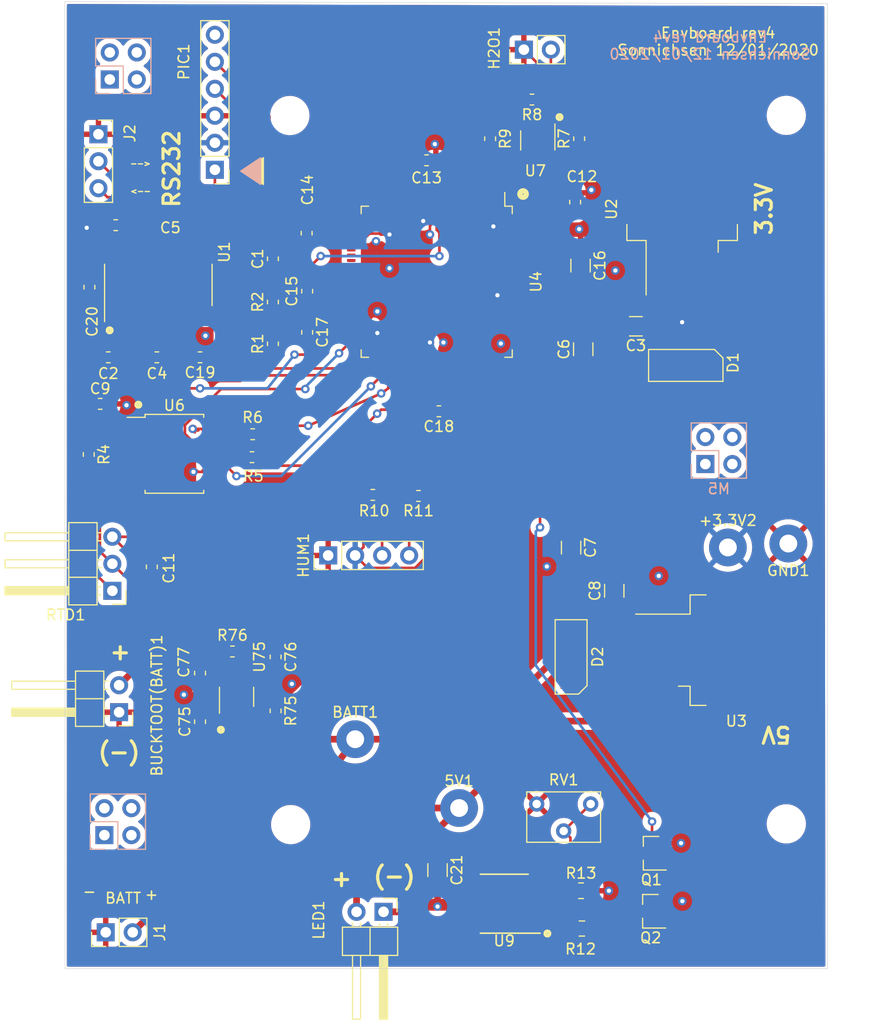
<source format=kicad_pcb>
(kicad_pcb (version 20230620) (generator pcbnew)
  (title_block (title "envboard") (date "2020-11-29") (rev "4") (comment 1 "sonnichsen"))
  (layers (0 "F.Cu" signal) (31 "B.Cu" signal) (34 "B.Paste" user) (35 "F.Paste" user) (36 "B.SilkS" user "B.Silkscreen") (37 "F.SilkS" user "F.Silkscreen") (38 "B.Mask" user) (39 "F.Mask" user) (44 "Edge.Cuts" user))
  (net 0 "")
  (net 1 "MCLR")
  (net 2 "PGD")
  (net 3 "PGC")
  (net 4 "+3V3")
  (net 5 "GND")
  (net 6 "Net-(U4-Pad4)")
  (net 7 "Net-(C4-Pad2)")
  (net 8 "Net-(C4-Pad1)")
  (net 9 "Net-(C16-Pad2)")
  (net 10 "Net-(J2-Pad2)")
  (net 11 "Net-(J2-Pad3)")
  (net 12 "Net-(U4-Pad1)")
  (net 13 "Net-(U4-Pad3)")
  (net 14 "Net-(U4-Pad11)")
  (net 15 "Net-(U4-Pad14)")
  (net 16 "Net-(U4-Pad18)")
  (net 17 "Net-(U4-Pad19)")
  (net 18 "Net-(U4-Pad20)")
  (net 19 "Net-(U4-Pad21)")
  (net 20 "Net-(U4-Pad22)")
  (net 21 "Net-(U4-Pad23)")
  (net 22 "Net-(U4-Pad24)")
  (net 23 "Net-(U4-Pad25)")
  (net 24 "Net-(U4-Pad28)")
  (net 25 "Net-(U4-Pad29)")
  (net 26 "Net-(U4-Pad32)")
  (net 27 "Net-(U4-Pad33)")
  (net 28 "Net-(U4-Pad34)")
  (net 29 "Net-(U4-Pad35)")
  (net 30 "Net-(U4-Pad39)")
  (net 31 "Net-(U4-Pad40)")
  (net 32 "Net-(U4-Pad41)")
  (net 33 "Net-(U4-Pad42)")
  (net 34 "Net-(U4-Pad43)")
  (net 35 "Net-(U4-Pad44)")
  (net 36 "Net-(U4-Pad47)")
  (net 37 "Net-(U4-Pad48)")
  (net 38 "Net-(U4-Pad60)")
  (net 39 "Net-(U4-Pad61)")
  (net 40 "Net-(U4-Pad63)")
  (net 41 "Net-(U4-Pad64)")
  (net 42 "Net-(U4-Pad66)")
  (net 43 "Net-(U4-Pad67)")
  (net 44 "Net-(U4-Pad68)")
  (net 45 "Net-(U4-Pad69)")
  (net 46 "Net-(U4-Pad70)")
  (net 47 "Net-(U4-Pad71)")
  (net 48 "Net-(U4-Pad72)")
  (net 49 "Net-(U4-Pad73)")
  (net 50 "Net-(U4-Pad74)")
  (net 51 "Net-(U4-Pad78)")
  (net 52 "Net-(U4-Pad79)")
  (net 53 "Net-(U4-Pad80)")
  (net 54 "Net-(U4-Pad81)")
  (net 55 "Net-(U4-Pad82)")
  (net 56 "Net-(U4-Pad83)")
  (net 57 "Net-(U4-Pad84)")
  (net 58 "Net-(U4-Pad87)")
  (net 59 "Net-(U4-Pad88)")
  (net 60 "Net-(U4-Pad89)")
  (net 61 "Net-(U4-Pad90)")
  (net 62 "Net-(U4-Pad91)")
  (net 63 "Net-(U4-Pad92)")
  (net 64 "Net-(U4-Pad93)")
  (net 65 "Net-(U4-Pad94)")
  (net 66 "Net-(U4-Pad95)")
  (net 67 "Net-(U4-Pad96)")
  (net 68 "Net-(U4-Pad97)")
  (net 69 "Net-(U4-Pad98)")
  (net 70 "Net-(U4-Pad99)")
  (net 71 "Net-(U4-Pad100)")
  (net 72 "Net-(C2-Pad1)")
  (net 73 "Net-(C2-Pad2)")
  (net 74 "Net-(U1-Pad8)")
  (net 75 "Net-(U1-Pad10)")
  (net 76 "Net-(C19-Pad2)")
  (net 77 "Net-(C20-Pad1)")
  (net 78 "PT5")
  (net 79 "PR5")
  (net 80 "Net-(U4-Pad17)")
  (net 81 "Net-(U4-Pad38)")
  (net 82 "Net-(D1-Pad1)")
  (net 83 "Net-(U4-Pad8)")
  (net 84 "Net-(U4-Pad9)")
  (net 85 "Net-(U4-Pad58)")
  (net 86 "Net-(U4-Pad59)")
  (net 87 "+5V")
  (net 88 "Net-(D2-Pad1)")
  (net 89 "Net-(C11-Pad1)")
  (net 90 "Net-(C11-Pad2)")
  (net 91 "SCK1")
  (net 92 "Net-(R4-Pad2)")
  (net 93 "Net-(R4-Pad1)")
  (net 94 "Net-(R8-Pad2)")
  (net 95 "SDA1")
  (net 96 "SCL1")
  (net 97 "H2O")
  (net 98 "Net-(RTD1-Pad1)")
  (net 99 "Net-(H2O1-Pad2)")
  (net 100 "Net-(PIC1-Pad1)")
  (net 101 "Net-(PIC1-Pad6)")
  (net 102 "Net-(U4-Pad6)")
  (net 103 "Net-(U4-Pad7)")
  (net 104 "Net-(U1-Pad7)")
  (net 105 "Net-(U1-Pad9)")
  (net 106 "Net-(LED1-Pad1)")
  (net 107 "Net-(R12-Pad1)")
  (net 108 "Net-(BUCKTOOT(BATT)1-Pad2)")
  (net 109 "BATT")
  (net 110 "Net-(C76-Pad1)")
  (net 111 "LED")
  (net 112 "BUCK")
  (net 113 "Net-(R76-Pad1)")
  (net 114 "Net-(M1-Pad1)")
  (net 115 "Net-(M1-Pad2)")
  (net 116 "Net-(M1-Pad3)")
  (net 117 "Net-(M1-Pad4)")
  (net 118 "Net-(M2-Pad4)")
  (net 119 "Net-(M2-Pad3)")
  (net 120 "Net-(M2-Pad2)")
  (net 121 "Net-(M2-Pad1)")
  (net 122 "Net-(M5-Pad1)")
  (net 123 "Net-(M5-Pad2)")
  (net 124 "Net-(M5-Pad3)")
  (net 125 "Net-(M5-Pad4)")
  (net 126 "\\CS")
  (net 127 "Net-(U4-Pad10)")
  (net 128 "Net-(U4-Pad12)")
  (net 129 "Net-(Q1-Pad3)")
  (net 130 "Net-(U6-Pad20)")
  (net 131 "MISO")
  (net 132 "MOSI")
  (net 133 "\\DRDY")
  (footprint "Connector_PinHeader_2.54mm:PinHeader_1x06_P2.54mm_Vertical" (layer "F.Cu") (at 130.937 58.801 180)
    (property "Reference" "PIC1")
    (property "Value" "Conn_01x06")
  )
  (footprint "whoi:post_small" (layer "F.Cu") (at 184.912 93.98 180)
    (property "Reference" "GND1")
    (property "Value" "TestPoint")
  )
  (footprint "whoi:post_small" (layer "F.Cu") (at 179.2224 94.3483)
    (property "Reference" "+3.3V2")
    (property "Value" "TestPoint")
  )
  (footprint "Connector_PinSocket_2.54mm:PinSocket_1x03_P2.54mm_Vertical" (layer "F.Cu") (at 119.9769 55.4609)
    (property "Reference" "J2")
    (property "Value" "Conn_01x03")
  )
  (footprint "whoi:403D" (layer "F.Cu") (at 175.26 77.216 180)
    (property "Reference" "D1")
    (property "Value" "MBRA130")
  )
  (footprint "Package_TO_SOT_SMD:TO-263-3_TabPin2" (layer "F.Cu") (at 174.9171 62.5094 90)
    (property "Reference" "U2")
    (property "Value" "LM1084-3.3")
  )
  (footprint "whoi:403D" (layer "F.Cu") (at 164.465 104.648 90)
    (property "Reference" "D2")
    (property "Value" "MBRA130")
  )
  (footprint "Package_TO_SOT_SMD:TO-263-3_TabPin2" (layer "F.Cu") (at 178.616 104.013)
    (property "Reference" "U3")
    (property "Value" "LM1084-5.0")
  )
  (footprint "Package_TO_SOT_SMD:SOT-23-5" (layer "F.Cu") (at 161.330999 56.043001 -90)
    (property "Reference" "U7")
    (property "Value" "TL331")
  )
  (footprint "Package_SO:SOIC-16_3.9x9.9mm_P1.27mm" (layer "F.Cu") (at 125.61316 69.64172 90)
    (property "Reference" "U1")
    (property "Value" "MAX3232CSE")
  )
  (footprint "Connector_PinHeader_2.54mm:PinHeader_1x02_P2.54mm_Vertical" (layer "F.Cu") (at 120.6627 130.5687 90)
    (property "Reference" "J1")
    (property "Value" "Conn_01x02")
  )
  (footprint "Connector_PinHeader_2.54mm:PinHeader_1x02_P2.54mm_Horizontal" (layer "F.Cu") (at 146.812 128.642099 -90)
    (property "Reference" "LED1")
    (property "Value" "Conn_01x02")
  )
  (footprint "Package_SO:TSSOP-16-1EP_4.4x5mm_P0.65mm" (layer "F.Cu") (at 158.1755 127.8271 180)
    (property "Reference" "U9")
    (property "Value" "LT3083")
  )
  (footprint "Connector_PinHeader_2.54mm:PinHeader_1x02_P2.54mm_Horizontal" (layer "F.Cu") (at 121.92 109.855 180)
    (property "Reference" "BUCKTOOT(BATT)1")
    (property "Value" "Conn_01x02")
  )
  (footprint "Package_TO_SOT_SMD:SOT-23-6" (layer "F.Cu") (at 132.977001 108.404999 90)
    (property "Reference" "U75")
    (property "Value" "TPS22810")
  )
  (footprint "Connector_PinHeader_2.54mm:PinHeader_1x02_P2.54mm_Vertical" (layer "F.Cu") (at 160.02 47.498 90)
    (property "Reference" "H2O1")
    (property "Value" "Conn_01x02")
  )
  (footprint "Connector_PinHeader_2.54mm:PinHeader_1x04_P2.54mm_Vertical" (layer "F.Cu") (at 141.6 95.1 90)
    (property "Reference" "HUM1")
    (property "Value" "SPARKSi7021")
  )
  (footprint "whoi:post_small" (layer "F.Cu") (at 144.145 112.395)
    (property "Reference" "BATT1")
    (property "Value" "TestPoint")
  )
  (footprint "whoi:post_small" (layer "F.Cu") (at 153.924 118.872)
    (property "Reference" "5V1")
    (property "Value" "TestPoint")
  )
  (footprint "Capacitor_SMD:C_0603_1608Metric_Pad1.05x0.95mm_HandSolder" (layer "F.Cu") (at 120.904 76.454)
    (property "Reference" "C2")
    (property "Value" "0.1uF")
  )
  (footprint "Capacitor_SMD:C_0603_1608Metric_Pad1.05x0.95mm_HandSolder" (layer "F.Cu") (at 119.126 69.85 90)
    (property "Reference" "C20")
    (property "Value" "0.1uF")
  )
  (footprint "Capacitor_SMD:C_0603_1608Metric_Pad1.05x0.95mm_HandSolder" (layer "F.Cu") (at 125.476 76.454)
    (property "Reference" "C4")
    (property "Value" "0.1uF")
  )
  (footprint "Capacitor_SMD:C_0603_1608Metric_Pad1.05x0.95mm_HandSolder" (layer "F.Cu") (at 129.54 76.454 180)
    (property "Reference" "C19")
    (property "Value" "0.1uF")
  )
  (footprint "Capacitor_SMD:C_0603_1608Metric_Pad1.05x0.95mm_HandSolder" (layer "F.Cu") (at 121.60264 64.01816)
    (property "Reference" "C5")
    (property "Value" "0.1uF")
  )
  (footprint "Capacitor_SMD:C_0603_1608Metric_Pad1.05x0.95mm_HandSolder" (layer "F.Cu") (at 136.398 67.183 90)
    (property "Reference" "C1")
    (property "Value" "0.1uF")
  )
  (footprint "Capacitor_SMD:C_0603_1608Metric_Pad1.05x0.95mm_HandSolder" (layer "F.Cu") (at 150.8608 57.912 180)
    (property "Reference" "C13")
    (property "Value" "0.1uF")
  )
  (footprint "Capacitor_SMD:C_0603_1608Metric_Pad1.05x0.95mm_HandSolder" (layer "F.Cu") (at 139.573 64.77 90)
    (property "Reference" "C14")
    (property "Value" "0.1uF")
  )
  (footprint "Capacitor_SMD:C_0603_1608Metric_Pad1.05x0.95mm_HandSolder" (layer "F.Cu") (at 139.6238 70.231 -90)
    (property "Reference" "C15")
    (property "Value" "0.1uF")
  )
  (footprint "Capacitor_SMD:C_0603_1608Metric_Pad1.05x0.95mm_HandSolder" (layer "F.Cu") (at 139.6238 74.102 -90)
    (property "Reference" "C17")
    (property "Value" "0.1uF")
  )
  (footprint "Capacitor_SMD:C_0603_1608Metric_Pad1.05x0.95mm_HandSolder" (layer "F.Cu") (at 152.019 81.534 180)
    (property "Reference" "C18")
    (property "Value" "0.1uF")
  )
  (footprint "Resistor_SMD:R_0603_1608Metric_Pad1.05x0.95mm_HandSolder" (layer "F.Cu") (at 136.398 75.184 90)
    (property "Reference" "R1")
    (property "Value" "10K")
  )
  (footprint "Resistor_SMD:R_0603_1608Metric_Pad1.05x0.95mm_HandSolder" (layer "F.Cu") (at 136.398 71.247 90)
    (property "Reference" "R2")
    (property "Value" "470")
  )
  (footprint "Resistor_SMD:R_0603_1608Metric_Pad1.05x0.95mm_HandSolder" (layer "F.Cu") (at 136.652 109.728 -90)
    (property "Reference" "R75")
    (property "Value" "10K")
  )
  (footprint "Resistor_SMD:R_0603_1608Metric_Pad1.05x0.95mm_HandSolder" (layer "F.Cu") (at 132.588 104.14 180)
    (property "Reference" "R76")
    (property "Value" "10K")
  )
  (footprint "Resistor_SMD:R_0603_1608Metric_Pad1.05x0.95mm_HandSolder" (layer "F.Cu") (at 129.54 110.744 90)
    (property "Reference" "C75")
    (property "Value" "1uF")
  )
  (footprint "Resistor_SMD:R_0603_1608Metric_Pad1.05x0.95mm_HandSolder" (layer "F.Cu") (at 136.652 104.648 -90)
    (property "Reference" "C76")
    (property "Value" "0.01uF")
  )
  (footprint "Resistor_SMD:R_0603_1608Metric_Pad1.05x0.95mm_HandSolder" (layer "F.Cu") (at 129.54 106.172 -90)
    (property "Reference" "C77")
    (property "Value" "0.1uF")
  )
  (footprint "Capacitor_SMD:C_0603_1608Metric_Pad1.05x0.95mm_HandSolder" (layer "F.Cu") (at 164.846 61.849 -90)
    (property "Reference" "C12")
    (property "Value" "0.1uF")
  )
  (footprint "Capacitor_SMD:C_0603_1608Metric_Pad1.05x0.95mm_HandSolder" (layer "F.Cu") (at 120.142 80.8355)
    (property "Reference" "C9")
    (property "Value" "0.1uF")
  )
  (footprint "Capacitor_SMD:C_0603_1608Metric_Pad1.05x0.95mm_HandSolder" (layer "F.Cu") (at 125 96.175 -90)
    (property "Reference" "C11")
    (property "Value" "0.1uF")
  )
  (footprint "Resistor_SMD:R_0603_1608Metric_Pad1.05x0.95mm_HandSolder" (layer "F.Cu") (at 119.0625 85.598 -90)
    (property "Reference" "R4")
    (property "Value" "4K")
  )
  (footprint "Resistor_SMD:R_0603_1608Metric_Pad1.05x0.95mm_HandSolder" (layer "F.Cu") (at 134.4295 85.852)
    (property "Reference" "R5")
    (property "Value" "10K")
  )
  (footprint "Resistor_SMD:R_0603_1608Metric_Pad1.05x0.95mm_HandSolder" (layer "F.Cu") (at 134.493 83.693)
    (property "Reference" "R6")
    (property "Value" "10K")
  )
  (footprint "Resistor_SMD:R_0603_1608Metric_Pad1.05x0.95mm_HandSolder" (layer "F.Cu") (at 165.227 55.88 90)
    (property "Reference" "R7")
    (property "Value" "1M")
  )
  (footprint "Resistor_SMD:R_0603_1608Metric_Pad1.05x0.95mm_HandSolder" (layer "F.Cu") (at 160.782 52.197 180)
    (property "Reference" "R8")
    (property "Value" "100K")
  )
  (footprint "Resistor_SMD:R_0603_1608Metric_Pad1.05x0.95mm_HandSolder" (layer "F.Cu") (at 156.845 55.88 -90)
    (property "Reference" "R9")
    (property "Value" "100K")
  )
  (footprint "Resistor_SMD:R_0603_1608Metric_Pad1.05x0.95mm_HandSolder" (layer "F.Cu") (at 145.8 89.4 180)
    (property "Reference" "R10")
    (property "Value" "10K")
  )
  (footprint "Resistor_SMD:R_0603_1608Metric_Pad1.05x0.95mm_HandSolder" (layer "F.Cu") (at 150.1 89.5)
    (property "Reference" "R11")
    (property "Value" "10K")
  )
  (footprint "Capacitor_SMD:C_1206_3216Metric_Pad1.42x1.75mm_HandSolder" (layer "F.Cu") (at 170.561 73.533 180)
    (property "Reference" "C3")
    (property "Value" "10uF")
  )
  (footprint "Capacitor_SMD:C_1206_3216Metric_Pad1.42x1.75mm_HandSolder" (layer "F.Cu") (at 165.608 75.692 90)
    (property "Reference" "C6")
    (property "Value" "10uF")
  )
  (footprint "Capacitor_SMD:C_1206_3216Metric_Pad1.42x1.75mm_HandSolder" (layer "F.Cu") (at 164.465 94.361 -90)
    (property "Reference" "C7")
    (property "Value" "10uF")
  )
  (footprint "Capacitor_SMD:C_1206_3216Metric_Pad1.42x1.75mm_HandSolder" (layer "F.Cu") (at 168.529 98.425 90)
    (property "Reference" "C8")
    (property "Value" "10uF")
  )
  (footprint "Capacitor_SMD:C_1206_3216Metric_Pad1.42x1.75mm_HandSolder" (layer "F.Cu") (at 165.354 67.821 -90)
    (property "Reference" "C16")
    (property "Value" "10uF")
  )
  (footprint "Capacitor_SMD:C_1206_3216Metric_Pad1.42x1.75mm_HandSolder" (layer "F.Cu") (at 151.892 124.714 -90)
    (property "Reference" "C21")
    (property "Value" "10uF")
  )
  (footprint "whoi:PIC24" (layer "F.Cu") (at 151.8158 69.342 -90)
    (property "Reference" "U4")
    (property "Value" "PIC24")
  )
  (footprint "Resistor_SMD:R_0805_2012Metric_Pad1.15x1.40mm_HandSolder" (layer "F.Cu") (at 165.481 130.2131)
    (property "Reference" "R12")
    (property "Value" "0.5ohms")
  )
  (footprint "Resistor_SMD:R_0805_2012Metric_Pad1.20x1.40mm_HandSolder" (layer "F.Cu") (at 165.4025 126.6571)
    (property "Reference" "R13")
    (property "Value" "15K")
  )
  (footprint "Connector_PinHeader_2.54mm:PinHeader_1x03_P2.54mm_Horizontal" (layer "F.Cu") (at 121.285 98.425 180)
    (property "Reference" "RTD1")
    (property "Value" "Conn_01x03")
  )
  (footprint "Package_TO_SOT_SMD:SOT-23" (layer "F.Cu") (at 171.958 128.5875 180)
    (property "Reference" "Q2")
    (property "Value" "DMG3406L")
  )
  (footprint "Package_TO_SOT_SMD:SOT-23" (layer "F.Cu") (at 172.0215 123.1265 180)
    (property "Reference" "Q1")
    (property "Value" "DMG3406L")
  )
  (footprint "Potentiometer_THT:Potentiometer_Bourns_3266W_Vertical" (layer "F.Cu") (at 166.3065 118.491)
    (property "Reference" "RV1")
    (property "Value" "50K")
  )
  (footprint "whoi:MAX31865" (layer "F.Cu") (at 127.127 85.5345)
    (property "Reference" "U6")
    (property "Value" "MAX31865xAP")
  )
  (footprint "MountingHole:MountingHole_3.2mm_M3" (layer "B.Cu") (at 184.722 53.68386 180)
    (property "Reference" "h4" hide)
    (property "Value" "MountingHole_3.2mm_M3" hide)
  )
  (footprint "MountingHole:MountingHole_3.2mm_M3" (layer "B.Cu") (at 137.9947 53.69656 180)
    (property "Reference" "h3" hide)
    (property "Value" "MountingHole_3.2mm_M3")
  )
  (footprint "MountingHole:MountingHole_3.2mm_M3" (layer "B.Cu") (at 138.0709 120.4299 180)
    (property "Reference" "h1" hide)
    (property "Value" "MountingHole_3.2mm_M3" hide)
  )
  (footprint "MountingHole:MountingHole_3.2mm_M3" (layer "B.Cu") (at 184.722 120.36386 180)
    (property "Reference" "h2" hide)
    (property "Value" "MountingHole_3.2mm_M3")
  )
  (footprint "Connector_PinHeader_2.54mm:PinHeader_2x02_P2.54mm_Vertical" (layer "B.Cu") (at 120.5357 121.4247)
    (property "Reference" "M1" hide)
    (property "Value" "Conn_02x02_Odd_Even" hide)
  )
  (footprint "Connector_PinHeader_2.54mm:PinHeader_2x02_P2.54mm_Vertical" (layer "B.Cu") (at 121.0437 50.3047)
    (property "Reference" "M2" hide)
    (property "Value" "Conn_02x02_Odd_Even" hide)
  )
  (footprint "Connector_PinHeader_2.54mm:PinHeader_2x02_P2.54mm_Vertical" (layer "B.Cu") (at 177.1015 86.4997)
    (property "Reference" "M5")
    (property "Value" "Conn_02x02_Odd_Even")
  )
  (gr_poly (pts (xy 135.255 60.198) (xy 135.255 57.658) (xy 133.35 58.928)) (stroke (width 0.1)) (fill solid) (layer "B.SilkS"))
  (gr_circle (center 162.233 130.683) (end 162.433 130.683) (stroke (width 0.35)) (fill none) (layer "F.SilkS"))
  (gr_circle (center 163.376 53.848) (end 163.576 53.848) (stroke (width 0.35)) (fill none) (layer "F.SilkS"))
  (gr_circle (center 123.731 80.914) (end 123.931 80.914) (stroke (width 0.35)) (fill none) (layer "F.SilkS"))
  (gr_circle (center 131.499 111.506) (end 131.699 111.506) (stroke (width 0.35)) (fill none) (layer "F.SilkS"))
  (gr_poly (pts (xy 135.509 57.658) (xy 135.509 60.198) (xy 133.604 58.928)) (stroke (width 0.1)) (fill solid) (layer "F.SilkS"))
  (gr_circle (center 121.031 73.914) (end 121.231 73.914) (stroke (width 0.35)) (fill none) (layer "F.SilkS"))
  (gr_line (start 188.595 43.18) (end 188.595 133.985) (stroke (width 0.05)) (layer "Edge.Cuts"))
  (gr_line (start 116.84 133.985) (end 188.595 133.985) (stroke (width 0.05)) (layer "Edge.Cuts"))
  (gr_line (start 116.8109 42.9768) (end 188.595 43.18) (stroke (width 0.05)) (layer "Edge.Cuts"))
  (gr_line (start 116.84 133.985) (end 116.8109 42.9768) (stroke (width 0.05)) (layer "Edge.Cuts"))
  (gr_text "Envboard rev4\nSonnichsen 12/01/2020" (at 177.546 47.117 0) (layer "B.SilkS") (effects (font (size 1 1)) (justify mirror)))
  (gr_text "-->" (at 123.9393 60.8838 180) (layer "F.SilkS") (effects (font (size 0.508 0.508) (thickness 0.127))))
  (gr_text "BATT" (at 122.301 127.3556 0) (layer "F.SilkS") (effects (font (size 1 1))))
  (gr_text "-" (at 119.126 126.7206 0) (layer "F.SilkS") (effects (font (size 1 1))))
  (gr_text "+" (at 124.968 127 0) (layer "F.SilkS") (effects (font (size 1 1))))
  (gr_text "5V" (at 183.769 111.9505 180) (layer "F.SilkS") (effects (font (size 1.5 1.5) (thickness 0.3))))
  (gr_text "(-)" (at 121.92 113.792 180) (layer "F.SilkS") (effects (font (size 1.5 1.5) (thickness 0.3))))
  (gr_text "+" (at 121.92 104.267 90) (layer "F.SilkS") (effects (font (size 1.5 1.5) (thickness 0.3))))
  (gr_text "+" (at 142.748 125.603 90) (layer "F.SilkS") (effects (font (size 1.5 1.5) (thickness 0.3))))
  (gr_text "(-)" (at 147.828 125.476 180) (layer "F.SilkS") (effects (font (size 1.5 1.5) (thickness 0.3))))
  (gr_text "-->" (at 123.9266 58.2168 0) (layer "F.SilkS") (effects (font (size 0.508 0.508) (thickness 0.127))))
  (gr_text "3.3V" (at 182.626 62.484 90) (layer "F.SilkS") (effects (font (size 1.5 1.5) (thickness 0.3))))
  (gr_text "RS232" (at 126.873 58.7121 90) (layer "F.SilkS") (effects (font (size 1.5 1.5) (thickness 0.3))))
  (gr_text "Envboard rev4\nSonnichsen 12/01/2020" (at 178.308 46.736 0) (layer "F.SilkS") (effects (font (size 1 1))))
  (segment (start 137.19801 70.69701) (end 137.19801 73.98399) (width 0.25) (layer "F.Cu") (net 1))
  (segment (start 152.0698 64.712998) (end 152.0698 66.929) (width 0.25) (layer "F.Cu") (net 1))
  (segment (start 139.7648 68.058) (end 140.8938 66.929) (width 0.25) (layer "F.Cu") (net 1))
  (segment (start 136.398 68.058) (end 139.7648 68.058) (width 0.25) (layer "F.Cu") (net 1))
  (segment (start 136.873 74.309) (end 136.398 74.309) (width 0.25) (layer "F.Cu") (net 1))
  (segment (start 136.398 68.058) (end 136.398 70.372) (width 0.25) (layer "F.Cu") (net 1))
  (segment (start 136.257 74.168) (end 136.398 74.309) (width 0.25) (layer "F.Cu") (net 1))
  (segment (start 136.398 70.372) (end 136.873 70.372) (width 0.25) (layer "F.Cu") (net 1))
  (segment (start 137.19801 73.98399) (end 136.873 74.309) (width 0.25) (layer "F.Cu") (net 1))
  (segment (start 151.8158 64.458998) (end 152.0698 64.712998) (width 0.25) (layer "F.Cu") (net 1))
  (segment (start 136.873 70.372) (end 137.19801 70.69701) (width 0.25) (layer "F.Cu") (net 1))
  (segment (start 151.8158 61.6795) (end 151.8158 64.458998) (width 0.25) (layer "F.Cu") (net 1))
  (via (at 152.0698 66.929) (size 0.8) (drill 0.4) (layers "F.Cu" "B.Cu") (net 1))
  (via (at 140.8938 66.929) (size 0.8) (drill 0.4) (layers "F.Cu" "B.Cu") (net 1))
  (segment (start 140.8938 66.929) (end 152.0698 66.929) (width 0.25) (layer "B.Cu") (net 1))
  (segment (start 143.04729 63.29129) (end 143.04729 63.582692) (width 0.25) (layer "F.Cu") (net 2))
  (segment (start 143.306598 63.842) (end 143.7723 63.842) (width 0.25) (layer "F.Cu") (net 2))
  (segment (start 130.937 51.181) (end 143.04729 63.29129) (width 0.25) (layer "F.Cu") (net 2))
  (segment (start 143.04729 63.582692) (end 143.306598 63.842) (width 0.25) (layer "F.Cu") (net 2))
  (segment (start 136.069699 55.258399) (end 136.069699 53.773699) (width 0.25) (layer "F.Cu") (net 3))
  (segment (start 136.069699 53.773699) (end 130.937 48.641) (width 0.25) (layer "F.Cu") (net 3))
  (segment (start 143.7723 63.342) (end 136.069699 55.258399) (width 0.25) (layer "F.Cu") (net 3))
  (segment (start 139.6238 71.106) (end 140.0988 71.106) (width 0.25) (layer "F.Cu") (net 4))
  (segment (start 151.1808 75.057) (end 151.3158 75.192) (width 0.25) (layer "F.Cu") (net 4))
  (segment (start 149.784001 96.275001) (end 145.315001 96.275001) (width 0.25) (layer "F.Cu") (net 4))
  (segment (start 144.925 89.4) (end 144.925 94.315) (width 0.25) (layer "F.Cu") (net 4))
  (segment (start 139.6238 74.977) (end 137.48 74.977) (width 0.25) (layer "F.Cu") (net 4))
  (segment (start 150.5458 63.627) (end 150.3158 63.397) (width 0.25) (layer "F.Cu") (net 4))
  (segment (start 162.26399 60.61699) (end 157.56901 60.61699) (width 0.25) (layer "F.Cu") (net 4))
  (segment (start 157.8008 70.342) (end 157.5308 70.612) (width 0.25) (layer "F.Cu") (net 4))
  (segment (start 157.3158 61.4255) (end 157.3158 61.6795) (width 0.25) (layer "F.Cu") (net 4))
  (segment (start 119.267 80.8355) (end 121.691 83.2595) (width 0.25) (layer "F.Cu") (net 4))
  (segment (start 120.72764 66.7262) (end 120.72764 64.01816) (width 0.25) (layer "F.Cu") (net 4))
  (segment (start 147.3708 64.897) (end 146.538802 64.897) (width 0.25) (layer "F.Cu") (net 4))
  (segment (start 146.538802 64.897) (end 146.448801 64.806999) (width 0.25) (layer "F.Cu") (net 4))
  (segment (start 120.4838 64.262) (end 120.72764 64.01816) (width 0.25) (layer "F.Cu") (net 4))
  (segment (start 172.0485 73.533) (end 174.5361 73.533) (width 0.635) (layer "F.Cu") (net 4))
  (segment (start 146.2278 74.168) (end 145.9108 73.342) (width 0.25) (layer "F.Cu") (net 4))
  (segment (start 150.3158 58.242) (end 149.9858 57.912) (width 0.25) (layer "F.Cu") (net 4))
  (segment (start 157.1498 64.135) (end 157.3158 63.969) (width 0.25) (layer "F.Cu") (net 4))
  (segment (start 157.3158 63.969) (end 157.3158 61.4255) (width 0.25) (layer "F.Cu") (net 4))
  (segment (start 156.732 56.642) (end 156.845 56.755) (width 0.25) (layer "F.Cu") (net 4))
  (segment (start 151.3158 75.192) (end 151.3158 77.0045) (width 0.25) (layer "F.Cu") (net 4))
  (segment (start 150.3158 63.397) (end 150.3158 61.6795) (width 0.25) (layer "F.Cu") (net 4))
  (segment (start 140.0988 71.106) (end 142.3628 68.842) (width 0.25) (layer "F.Cu") (net 4))
  (segment (start 157.56901 60.61699) (end 157.3158 60.8702) (width 0.25) (layer "F.Cu") (net 4))
  (segment (start 150.975 95.084002) (end 149.784001 96.275001) (width 0.25) (layer "F.Cu") (net 4))
  (segment (start 143.4158 73.342) (end 144.1533 73.342) (width 0.25) (layer "F.Cu") (net 4))
  (segment (start 165.227 57.105) (end 165.227 56.6675) (width 0.25) (layer "F.Cu") (net 4))
  (segment (start 140.0988 74.977) (end 141.7338 73.342) (width 0.25) (layer "F.Cu") (net 4))
  (segment (start 165.188999 57.143001) (end 165.227 57.105) (width 0.25) (layer "F.Cu") (net 4))
  (segment (start 139.573 63.895) (end 141.859598 63.895) (width 0.25) (layer "F.Cu") (net 4))
  (segment (start 145.9108 73.342) (end 144.1533 73.342) (width 0.25) (layer "F.Cu") (net 4))
  (segment (start 164.846 62.724) (end 164.371 62.724) (width 0.25) (layer "F.Cu") (net 4))
  (segment (start 143.4158 68.842) (end 144.1533 68.842) (width 0.25) (layer "F.Cu") (net 4))
  (segment (start 141.859598 63.895) (end 143.306598 65.342) (width 0.25) (layer "F.Cu") (net 4))
  (segment (start 157.3158 60.8702) (end 157.3158 61.4255) (width 0.25) (layer "F.Cu") (net 4))
  (segment (start 174.9171 73.152) (end 174.9171 68.2844) (width 0.635) (layer "F.Cu") (net 4))
  (segment (start 141.7338 73.342) (end 143.4158 73.342) (width 0.25) (layer "F.Cu") (net 4))
  (segment (start 174.5361 73.533) (end 174.9171 73.152) (width 0.635) (layer "F.Cu") (net 4))
  (segment (start 162.280999 57.143001) (end 165.188999 57.143001) (width 0.25) (layer "F.Cu") (net 4))
  (segment (start 123.627 83.2595) (end 123.627 83.9095) (width 0.25) (layer "F.Cu") (net 4))
  (segment (start 142.3628 68.842) (end 143.4158 68.842) (width 0.25) (layer "F.Cu") (net 4))
  (segment (start 151.3158 81.3622) (end 151.3158 77.3855) (width 0.25) (layer "F.Cu") (net 4))
  (segment (start 135.368 85.7885) (end 135.3045 85.852) (width 0.25) (layer "F.Cu") (net 4))
  (segment (start 121.16816 67.16672) (end 120.72764 66.7262) (width 0.25) (layer "F.Cu") (net 4))
  (segment (start 146.448801 64.806999) (end 145.491503 64.806999) (width 0.25) (layer "F.Cu") (net 4))
  (segment (start 145.315001 96.275001) (end 144.14 95.1) (width 0.25) (layer "F.Cu") (net 4))
  (segment (start 159.4783 70.342) (end 157.8008 70.342) (width 0.25) (layer "F.Cu") (net 4))
  (segment (start 145.491503 64.806999) (end 144.956502 65.342) (width 0.25) (layer "F.Cu") (net 4))
  (segment (start 164.371 62.724) (end 162.26399 60.61699) (width 0.25) (layer "F.Cu") (net 4))
  (segment (start 151.144 81.534) (end 151.3158 81.3622) (width 0.25) (layer "F.Cu") (net 4))
  (segment (start 139.6238 74.977) (end 140.0988 74.977) (width 0.25) (layer "F.Cu") (net 4))
  (segment (start 121.691 83.2595) (end 123.627 83.2595) (width 0.25) (layer "F.Cu") (net 4))
  (segment (start 174.9171 68.2844) (end 174.9171 59.1344) (width 0.635) (layer "F.Cu") (net 4))
  (segment (start 150.3158 61.6795) (end 150.3158 58.242) (width 0.25) (layer "F.Cu") (net 4))
  (segment (start 118.872 64.262) (end 120.4838 64.262) (width 0.25) (layer "F.Cu") (net 4))
  (segment (start 143.306598 65.342) (end 143.7723 65.342) (width 0.25) (layer "F.Cu") (net 4))
  (segment (start 144.925 94.315) (end 144.14 95.1) (width 0.25) (layer "F.Cu") (net 4))
  (segment (start 144.956502 65.342) (end 144.1533 65.342) (width 0.25) (layer "F.Cu") (net 4))
  (segment (start 137.48 74.977) (end 136.398 76.059) (width 0.25) (layer "F.Cu") (net 4))
  (segment (start 150.975 89.5) (end 150.975 95.084002) (width 0.25) (layer "F.Cu") (net 4))
  (via (at 151.1808 75.057) (size 0.8) (drill 0.4) (layers "F.Cu" "B.Cu") (net 4))
  (via (at 157.5308 70.612) (size 0.8) (drill 0.4) (layers "F.Cu" "B.Cu") (net 4))
  (via (at 150.5458 63.627) (size 0.8) (drill 0.4) (layers "F.Cu" "B.Cu") (net 4))
  (via (at 147.3708 64.897) (size 0.8) (drill 0.4) (layers "F.Cu" "B.Cu") (net 4))
  (via (at 157.1498 64.135) (size 0.8) (drill 0.4) (layers "F.Cu" "B.Cu") (net 4))
  (via (at 174.9171 73.152) (size 0.8) (drill 0.4) (layers "F.Cu" "B.Cu") (net 4))
  (via (at 118.872 64.262) (size 0.8) (drill 0.4) (layers "F.Cu" "B.Cu") (net 4))
  (via (at 146.2278 74.168) (size 0.8) (drill 0.4) (layers "F.Cu" "B.Cu") (net 4))
  (segment (start 126.873 56.261) (end 118.872 64.262) (width 0.25) (layer "B.Cu") (net 4))
  (segment (start 157.1498 64.135) (end 157.1498 70.231) (width 0.25) (layer "B.Cu") (net 4))
  (segment (start 146.2278 74.168) (end 150.2918 74.168) (width 0.25) (layer "B.Cu") (net 4))
  (segment (start 150.2918 74.168) (end 151.1808 75.057) (width 0.25) (layer "B.Cu") (net 4))
  (segment (start 147.3708 64.897) (end 149.2758 64.897) (width 0.25) (layer "B.Cu") (net 4))
  (segment (start 149.2758 64.897) (end 150.5458 63.627) (width 0.25) (layer "B.Cu") (net 4))
  (segment (start 157.1498 70.231) (end 157.5308 70.612) (width 0.25) (layer "B.Cu") (net 4))
  (segment (start 130.937 56.261) (end 126.873 56.261) (width 0.25) (layer "B.Cu") (net 4))
  (segment (start 174.813 122.1765) (end 174.8815 122.1765) (width 0.25) (layer "F.Cu") (net 5))
  (segment (start 130.627 83.9095) (end 130.627 83.2595) (width 0.25) (layer "F.Cu") (net 5))
  (segment (start 119.67212 69.04612) (end 121.53376 69.04612) (width 0.25) (layer "F.Cu") (net 5))
  (segment (start 144.956502 68.342) (end 144.1533 68.342) (width 0.25) (layer "F.Cu") (net 5))
  (segment (start 139.435 66.308) (end 139.573 66.17) (width 0.25) (layer "F.Cu") (net 5))
  (segment (start 151.1808 64.065002) (end 151.270801 63.975001) (width 0.25) (layer "F.Cu") (net 5))
  (segment (start 122.47764 67.12724) (end 122.43816 67.16672) (width 0.25) (layer "F.Cu") (net 5))
  (segment (start 145.316503 67.981999) (end 144.956502 68.342) (width 0.25) (layer "F.Cu") (net 5))
  (segment (start 161.5695 49.0475) (end 160.02 47.498) (width 0.25) (layer "F.Cu") (net 5))
  (segment (start 119.126 68.975) (end 119.601 68.975) (width 0.25) (layer "F.Cu") (net 5))
  (segment (start 122.47764 64.01816) (end 122.47764 67.12724) (width 0.25) (layer "F.Cu") (net 5))
  (segment (start 151.270801 63.975001) (end 151.270801 63.278999) (width 0.25) (layer "F.Cu") (net 5))
  (segment (start 152.4508 75.057) (end 152.8158 75.422) (width 0.25) (layer "F.Cu") (net 5))
  (segment (start 122.4915 80.8355) (end 122.6185 80.9625) (width 0.25) (layer "F.Cu") (net 5))
  (segment (start 129.54 109.869) (end 129.54 109.728) (width 0.635) (layer "F.Cu") (net 5))
  (segment (start 130.5525 83.185) (end 130.627 83.2595) (width 0.25) (layer "F.Cu") (net 5))
  (segment (start 128.8415 83.185) (end 130.5525 83.185) (width 0.25) (layer "F.Cu") (net 5))
  (segment (start 172.958 127.6375) (end 174.94 127.6375) (width 0.25) (layer "F.Cu") (net 5))
  (segment (start 145.7908 65.842) (end 144.1533 65.842) (width 0.25) (layer "F.Cu") (net 5))
  (segment (start 130.627 87.1595) (end 130.627 87.178) (width 0.25) (layer "F.Cu") (net 5))
  (segment (start 122.43816 68.14172) (end 122.43816 67.16672) (width 0.25) (layer "F.Cu") (net 5))
  (segment (start 151.638 57.8142) (end 151.7358 57.912) (width 0.25) (layer "F.Cu") (net 5))
  (segment (start 162.4695 95.8485) (end 162.179 96.139) (width 0.635) (layer "F.Cu") (net 5))
  (segment (start 161.5695 52.197) (end 161.5695 49.0475) (width 0.25) (layer "F.Cu") (net 5))
  (segment (start 140.4838 72.842) (end 143.4158 72.842) (width 0.25) (layer "F.Cu") (net 5))
  (segment (start 143.4158 68.342) (end 144.1533 68.342) (width 0.25) (layer "F.Cu") (net 5))
  (segment (start 130.015 109.869) (end 131.234002 108.649998) (width 0.25) (layer "F.Cu") (net 5))
  (segment (start 122.6185 80.9625) (end 121.144 80.9625) (width 0.25) (layer "F.Cu") (net 5))
  (segment (start 152.894 81.059) (end 152.8158 80.9808) (width 0.25) (layer "F.Cu") (net 5))
  (segment (start 130.57051 87.23449) (end 128.91951 87.23449) (width 0.25) (layer "F.Cu") (net 5))
  (segment (start 141.21239 69.356) (end 142.22639 68.342) (width 0.25) (layer "F.Cu") (net 5))
  (segment (start 122.47764 63.54316) (end 122.428 63.49352) (width 0.25) (layer "F.Cu") (net 5))
  (segment (start 136.652 105.523) (end 136.652 105.664) (width 0.635) (layer "F.Cu") (net 5))
  (segment (start 139.573 66.17) (end 139.573 65.645) (width 0.25) (layer "F.Cu") (net 5))
  (segment (start 121.144 80.9625) (end 121.017 80.8355) (width 0.25) (layer "F.Cu") (net 5))
  (segment (start 166.4185 126.7356) (end 166.34 126.6571) (width 0.25) (layer "F.Cu") (net 5))
  (segment (start 157.85084 76.96946) (end 157.8158 77.0045) (width 0.25) (layer "F.Cu") (net 5))
  (segment (start 166.4185 130.2131) (end 166.4185 126.7356) (width 0.25) (layer "F.Cu") (net 5))
  (segment (start 151.892 126.2015) (end 151.892 128.143) (width 0.635) (layer "F.Cu") (net 5))
  (segment (start 146.1008 65.532) (end 145.7908 65.842) (width 0.25) (layer "F.Cu") (net 5))
  (segment (start 130.627 87.178) (end 130.57051 87.23449) (width 0.25) (layer "F.Cu") (net 5))
  (segment (start 165.227 66.294) (end 165.354 66.421) (width 0.25) (layer "F.Cu") (net 5))
  (segment (start 165.227 64.389) (end 165.227 66.294) (width 0.25) (layer "F.Cu") (net 5))
  (segment (start 142.22639 68.342) (end 143.4158 68.342) (width 0.25) (layer "F.Cu") (net 5))
  (segment (start 119.601 68.975) (end 119.67212 69.04612) (width 0.25) (layer "F.Cu") (net 5))
  (segment (start 172.717 97.025) (end 172.717 101.349) (width 0.635) (layer "F.Cu") (net 5))
  (segment (start 140.0988 73.227) (end 140.4838 72.842) (width 0.25) (layer "F.Cu") (net 5))
  (segment (start 168.402 74.2045) (end 169.0735 73.533) (width 0.635) (layer "F.Cu") (net 5))
  (segment (start 145.5218 72.842) (end 146.2278 72.136) (width 0.25) (layer "F.Cu") (net 5))
  (segment (start 136.652 108.853) (end 136.652 108.712) (width 0.635) (layer "F.Cu") (net 5))
  (segment (start 130.415 74.789) (end 130.048 74.422) (width 0.25) (layer "F.Cu") (net 5))
  (segment (start 150.8158 62.823998) (end 150.8158 61.6795) (width 0.25) (layer "F.Cu") (net 5))
  (segment (start 143.4158 72.842) (end 144.1533 72.842) (width 0.25) (layer "F.Cu") (net 5))
  (segment (start 152.003 56.388) (end 151.638 56.388) (width 0.25) (layer "F.Cu") (net 5))
  (segment (start 129.173 107.047) (end 128.016 108.204) (width 0.635) (layer "F.Cu") (net 5))
  (segment (start 147.3708 68.072) (end 146.448801 67.981999) (width 0.25) (layer "F.Cu") (net 5))
  (segment (start 129.54 109.728) (end 128.016 108.204) (width 0.635) (layer "F.Cu") (net 5))
  (segment (start 168.5641 68.3544) (end 168.6341 68.2844) (width 0.635) (layer "F.Cu") (net 5))
  (segment (start 130.415 76.454) (end 130.415 74.789) (width 0.25) (layer "F.Cu") (net 5))
  (segment (start 151.270801 63.278999) (end 150.8158 62.823998) (width 0.25) (layer "F.Cu") (net 5))
  (segment (start 152.894 81.534) (end 152.894 81.059) (width 0.25) (layer "F.Cu") (net 5))
  (segment (start 164.846 60.974) (end 166.102 60.974) (width 0.25) (layer "F.Cu") (net 5))
  (segment (start 169.0735 68.7238) (end 168.6341 68.2844) (width 0.635) (layer "F.Cu") (net 5))
  (segment (start 146.448801 67.981999) (end 145.316503 67.981999) (width 0.25) (layer "F.Cu") (net 5))
  (segment (start 152.8158 80.9808) (end 152.8158 77.0045) (width 0.25) (layer "F.Cu") (net 5))
  (segment (start 161.5695 54.7045) (end 161.330999 54.943001) (width 0.25) (layer "F.Cu") (net 5))
  (segment (start 164.465 95.8485) (end 162.4695 95.8485) (width 0.635) (layer "F.Cu") (net 5))
  (segment (start 151.7358 57.912) (end 151.7358 58.387) (width 0.25) (layer "F.Cu") (net 5))
  (segment (start 169.0735 73.533) (end 169.0735 68.7238) (width 0.635) (layer "F.Cu") (net 5))
  (segment (start 131.234002 108.649998) (end 132.902 108.649998) (width 0.25) (layer "F.Cu") (net 5))
  (segment (start 166.102 60.974) (end 166.37 60.706) (width 0.25) (layer "F.Cu") (net 5))
  (segment (start 151.892 126.2015) (end 151.1665 126.2015) (width 0.635) (layer "F.Cu") (net 5))
  (segment (start 157.85084 75.15606) (end 157.85084 76.96946) (width 0.25) (layer "F.Cu") (net 5))
  (segment (start 122.47764 64.01816) (end 122.47764 63.54316) (width 0.25) (layer "F.Cu") (net 5))
  (segment (start 152.8158 75.422) (end 152.8158 77.0045) (width 0.25) (layer "F.Cu") (net 5))
  (segment (start 121.53376 69.04612) (end 122.43816 68.14172) (width 0.25) (layer "F.Cu") (net 5))
  (segment (start 132.902 108.649998) (end 132.977001 108.724999) (width 0.25) (layer "F.Cu") (net 5))
  (segment (start 172.3771 68.2844) (end 168.6341 68.2844) (width 0.635) (layer "F.Cu") (net 5))
  (segment (start 172.717 101.349) (end 172.841 101.473) (width 0.635) (layer "F.Cu") (net 5))
  (segment (start 129.54 107.047) (end 129.173 107.047) (width 0.635) (layer "F.Cu") (net 5))
  (segment (start 139.6238 73.227) (end 140.0988 73.227) (width 0.25) (layer "F.Cu") (net 5))
  (segment (start 168.529 97.025) (end 172.717 97.025) (width 0.635) (layer "F.Cu") (net 5))
  (segment (start 151.638 56.388) (end 151.638 57.8142) (width 0.25) (layer "F.Cu") (net 5))
  (segment (start 144.1533 72.842) (end 145.5218 72.842) (width 0.25) (layer "F.Cu") (net 5))
  (segment (start 132.977001 108.724999) (end 132.977001 109.504999) (width 0.25) (layer "F.Cu") (net 5))
  (segment (start 150.8158 59.307) (end 150.8158 61.6795) (width 0.25) (layer "F.Cu") (net 5))
  (segment (start 161.5695 52.197) (end 161.5695 54.7045) (width 0.25) (layer "F.Cu") (net 5))
  (segment (start 151.1808 64.897) (end 151.1808 64.065002) (width 0.25) (layer "F.Cu") (net 5))
  (segment (start 129.54 109.869) (end 130.015 109.869) (width 0.25) (layer "F.Cu") (net 5))
  (segment (start 139.6238 69.356) (end 141.21239 69.356) (width 0.25) (layer "F.Cu") (net 5))
  (segment (start 136.652 108.712) (end 138.176 107.188) (width 0.635) (layer "F.Cu") (net 5))
  (segment (start 151.7358 58.387) (end 150.8158 59.307) (width 0.25) (layer "F.Cu") (net 5))
  (segment (start 173.0215 122.1765) (end 174.813 122.1765) (width 0.25) (layer "F.Cu") (net 5))
  (segment (start 165.608 74.2045) (end 168.402 74.2045) (width 0.635) (layer "F.Cu") (net 5))
  (segment (start 166.34 126.6571) (end 168.021 126.6571) (width 0.25) (layer "F.Cu") (net 5))
  (segment (start 143.4158 65.842) (end 144.1533 65.842) (width 0.25) (layer "F.Cu") (net 5))
  (segment (start 136.652 105.664) (end 138.176 107.188) (width 0.635) (layer "F.Cu") (net 5))
  (segment (start 139.573 65.645) (end 141.111 65.645) (width 0.25) (layer "F.Cu") (net 5))
  (segment (start 136.398 66.308) (end 139.435 66.308) (width 0.25) (layer "F.Cu") (net 5))
  (via (at 146.1008 65.532) (size 0.8) (drill 0.4) (layers "F.Cu" "B.Cu") (net 5))
  (via (at 147.3708 68.072) (size 0.8) (drill 0.4) (layers "F.Cu" "B.Cu") (net 5))
  (via (at 152.4508 75.057) (size 0.8) (drill 0.4) (layers "F.Cu" "B.Cu") (net 5))
  (via (at 151.1808 64.897) (size 0.8) (drill 0.4) (layers "F.Cu" "B.Cu") (net 5))
  (via (at 146.2278 72.136) (size 0.8) (drill 0.4) (layers "F.Cu" "B.Cu") (net 5))
  (via (at 157.85084 75.15606) (size 0.8) (drill 0.4) (layers "F.Cu" "B.Cu") (net 5))
  (via (at 128.91951 87.23449) (size 0.8) (drill 0.4) (layers "F.Cu" "B.Cu") (net 5))
  (via (at 138.176 107.188) (size 0.8) (drill 0.4) (layers "F.Cu" "B.Cu") (net 5))
  (via (at 174.94 127.6375) (size 0.8) (drill 0.4) (layers "F.Cu" "B.Cu") (net 5))
  (via (at 128.8415 83.185) (size 0.8) (drill 0.4) (layers "F.Cu" "B.Cu") (net 5))
  (via (at 165.227 64.389) (size 0.8) (drill 0.4) (layers "F.Cu" "B.Cu") (net 5))
  (via (at 162.179 96.139) (size 0.8) (drill 0.4) (layers "F.Cu" "B.Cu") (net 5))
  (via (at 174.813 122.1765) (size 0.8) (drill 0.4) (layers "F.Cu" "B.Cu") (net 5))
  (via (at 166.37 60.706) (size 0.8) (drill 0.4) (layers "F.Cu" "B.Cu") (net 5))
  (via (at 151.892 128.143) (size 0.8) (drill 0.4) (layers "F.Cu" "B.Cu") (net 5))
  (via (at 151.638 56.388) (size 0.8) (drill 0.4) (layers "F.Cu" "B.Cu") (net 5))
  (via (at 168.6341 68.2844) (size 0.8) (drill 0.4) (layers "F.Cu" "B.Cu") (net 5))
  (via (at 130.048 74.422) (size 0.8) (drill 0.4) (layers "F.Cu" "B.Cu") (net 5))
  (via (at 172.717 97.025) (size 0.8) (drill 0.4) (layers "F.Cu" "B.Cu") (net 5))
  (via (at 122.6185 80.9625) (size 0.8) (drill 0.4) (layers "F.Cu" "B.Cu") (net 5))
  (via (at 168.021 126.6571) (size 0.8) (drill 0.4) (layers "F.Cu" "B.Cu") (net 5))
  (via (at 128.016 108.204) (size 0.8) (drill 0.4) (layers "F.Cu" "B.Cu") (net 5))
  (segment (start 126.24816 72.11672) (end 126.24816 76.35116) (width 0.25) (layer "F.Cu") (net 7))
  (segment (start 126.2404 72.12448) (end 126.24816 72.11672) (width 0.25) (layer "F.Cu") (net 7))
  (segment (start 126.24816 76.35116) (end 126.351 76.454) (width 0.25) (layer "F.Cu") (net 7))
  (segment (start 124.601 76.454) (end 124.601 72.49388) (width 0.25) (layer "F.Cu") (net 8))
  (segment (start 124.601 72.49388) (end 124.97816 72.11672) (width 0.25) (layer "F.Cu") (net 8))
  (segment (start 165.354 69.3085) (end 165.354 70.021) (width 0.25) (layer "F.Cu") (net 9))
  (segment (start 164.533 70.842) (end 159.4783 70.842) (width 0.25) (layer "F.Cu") (net 9))
  (segment (start 165.354 70.021) (end 164.533 70.842) (width 0.25) (layer "F.Cu") (net 9))
  (segment (start 119.9769 58.0009) (end 124.97816 63.00216) (width 0.25) (layer "F.Cu") (net 10))
  (segment (start 124.97816 63.00216) (end 124.97816 67.16672) (width 0.25) (layer "F.Cu") (net 10))
  (segment (start 120.826899 61.390899) (end 122.407901 61.390899) (width 0.25) (layer "F.Cu") (net 11))
  (segment (start 123.70816 66.19172) (end 123.70816 67.16672) (width 0.25) (layer "F.Cu") (net 11))
  (segment (start 123.70816 62.691158) (end 123.70816 66.19172) (width 0.25) (layer "F.Cu") (net 11))
  (segment (start 119.9769 60.5409) (end 120.826899 61.390899) (width 0.25) (layer "F.Cu") (net 11))
  (segment (start 122.407901 61.390899) (end 123.70816 62.691158) (width 0.25) (layer "F.Cu") (net 11))
  (segment (start 120.029 73.25588) (end 121.16816 72.11672) (width 0.25) (layer "F.Cu") (net 72))
  (segment (start 120.029 76.454) (end 120.029 73.25588) (width 0.25) (layer "F.Cu") (net 72))
  (segment (start 121.779 76.454) (end 121.779 75.979) (width 0.25) (layer "F.Cu") (net 73))
  (segment (start 123.70816 74.04984) (end 123.70816 72.11672) (width 0.25) (layer "F.Cu") (net 73))
  (segment (start 121.779 75.979) (end 123.70816 74.04984) (width 0.25) (layer "F.Cu") (net 73))
  (segment (start 128.665 75.979) (end 127.51816 74.83216) (width 0.25) (layer "F.Cu") (net 76))
  (segment (start 128.665 76.454) (end 128.665 75.979) (width 0.25) (layer "F.Cu") (net 76))
  (segment (start 127.51816 74.83216) (end 127.51816 72.11672) (width 0.25) (layer "F.Cu") (net 76))
  (segment (start 122.43816 71.14172) (end 122.43816 72.11672) (width 0.25) (layer "F.Cu") (net 77))
  (segment (start 122.09256 70.79612) (end 122.43816 71.14172) (width 0.25) (layer "F.Cu") (net 77))
  (segment (start 119.126 70.725) (end 119.601 70.725) (width 0.25) (layer "F.Cu") (net 77))
  (segment (start 119.601 70.725) (end 119.67212 70.79612) (width 0.25) (layer "F.Cu") (net 77))
  (segment (start 119.67212 70.79612) (end 122.09256 70.79612) (width 0.25) (layer "F.Cu") (net 77))
  (segment (start 145.8158 77.3855) (end 145.318299 77.502001) (width 0.25) (layer "F.Cu") (net 78))
  (segment (start 130.591319 70.366701) (end 129.74314 70.3667) (width 0.25) (layer "F.Cu") (net 78))
  (segment (start 132.933294 72.708676) (end 130.591319 70.366701) (width 0.25) (layer "F.Cu") (net 78))
  (segment (start 129.74314 70.3667) (end 127.51816 68.14172) (width 0.25) (layer "F.Cu") (net 78))
  (segment (start 132.933294 76.239496) (end 132.933294 72.708676) (width 0.25) (layer "F.Cu") (net 78))
  (segment (start 127.51816 68.14172) (end 127.51816 67.16672) (width 0.25) (layer "F.Cu") (net 78))
  (segment (start 145.318299 77.502001) (end 134.195799 77.502001) (width 0.25) (layer "F.Cu") (net 78))
  (segment (start 134.195799 77.502001) (end 132.933294 76.239496) (width 0.25) (layer "F.Cu") (net 78))
  (segment (start 130.404918 70.81671) (end 129.521382 70.81671) (width 0.25) (layer "F.Cu") (net 79))
  (segment (start 133.9215 78.1685) (end 146.056492 78.11051) (width 0.25) (layer "F.Cu") (net 79))
  (segment (start 126.54816 67.46672) (end 126.24816 67.16672) (width 0.25) (layer "F.Cu") (net 79))
  (segment (start 146.056492 78.11051) (end 146.3158 77.851202) (width 0.25) (layer "F.Cu") (net 79))
  (segment (start 146.3158 77.851202) (end 146.3158 77.3855) (width 0.25) (layer "F.Cu") (net 79))
  (segment (start 131.445 71.856792) (end 130.404918 70.81671) (width 0.25) (layer "F.Cu") (net 79))
  (segment (start 126.54816 67.843488) (end 126.54816 67.46672) (width 0.25) (layer "F.Cu") (net 79))
  (segment (start 131.445 75.387612) (end 131.445 71.856792) (width 0.25) (layer "F.Cu") (net 79))
  (segment (start 133.9215 78.1685) (end 131.445 75.387612) (width 0.25) (layer "F.Cu") (net 79))
  (segment (start 129.521382 70.81671) (end 126.54816 67.843488) (width 0.25) (layer "F.Cu") (net 79))
  (segment (start 177.26 77.216) (end 177.26 68.4815) (width 0.635) (layer "F.Cu") (net 82))
  (segment (start 177.26 68.4815) (end 177.4571 68.2844) (width 0.635) (layer "F.Cu") (net 82))
  (segment (start 151.892 123.2265) (end 151.892 123.939) (width 0.635) (layer "F.Cu") (net 87))
  (segment (start 172.877001 103.846001) (end 182.027001 103.846001) (width 0.635) (layer "F.Cu") (net 87))
  (segment (start 155.4005 126.8521) (end 155.448 126.492) (width 0.25) (layer "F.Cu") (net 87))
  (segment (start 155.448 126.492) (end 155.4005 126.2021) (width 0.25) (layer "F.Cu") (net 87))
  (segment (start 175.314141 110.689859) (end 181.991 104.013) (width 0.635) (layer "F.Cu") (net 87))
  (segment (start 144.272 126.009529) (end 144.272 128.642099) (width 0.635) (layer "F.Cu") (net 87))
  (segment (start 168.529 102.743) (end 169.799 104.013) (width 0.635) (layer "F.Cu") (net 87))
  (segment (start 154.247601 126.294601) (end 155.4005 126.294601) (width 0.635) (layer "F.Cu") (net 87))
  (segment (start 151.892 120.904) (end 153.924 118.872) (width 0.635) (layer "F.Cu") (net 87))
  (segment (start 153.924 118.872) (end 151.409529 118.872) (width 0.635) (layer "F.Cu") (net 87))
  (segment (start 172.841 104.013) (end 169.799 104.013) (width 0.635) (layer "F.Cu") (net 87))
  (segment (start 162.106141 110.689859) (end 175.314141 110.689859) (width 0.635) (layer "F.Cu") (net 87))
  (segment (start 151.409529 118.872) (end 144.272 126.009529) (width 0.635) (layer "F.Cu") (net 87))
  (segment (start 168.529 102.743) (end 168.529 99.3) (width 0.635) (layer "F.Cu") (net 87))
  (segment (start 151.892 123.939) (end 154.247601 126.294601) (width 0.635) (layer "F.Cu") (net 87))
  (segment (start 151.892 123.2265) (end 151.892 120.904) (width 0.635) (layer "F.Cu") (net 87))
  (segment (start 153.924 118.872) (end 162.106141 110.689859) (width 0.635) (layer "F.Cu") (net 87))
  (segment (start 165.227 106.521) (end 172.809 106.521) (width 0.635) (layer "F.Cu") (net 88))
  (segment (start 172.809 106.521) (end 172.841 106.553) (width 0.635) (layer "F.Cu") (net 88))
  (segment (start 130.627 87.8095) (end 130.627 88.4595) (width 0.25) (layer "F.Cu") (net 89))
  (segment (start 125.7415 93.345) (end 130.627 88.4595) (width 0.25) (layer "F.Cu") (net 89))
  (segment (start 123.24 95.3) (end 121.285 93.345) (width 0.25) (layer "F.Cu") (net 89))
  (segment (start 121.285 93.345) (end 125.7415 93.345) (width 0.25) (layer "F.Cu") (net 89))
  (segment (start 125 95.3) (end 123.24 95.3) (width 0.25) (layer "F.Cu") (net 89))
  (segment (start 120.109999 94.709999) (end 120.109999 91.976501) (width 0.25) (layer "F.Cu") (net 90))
  (segment (start 122.45 97.05) (end 121.285 95.885) (width 0.25) (layer "F.Cu") (net 90))
  (segment (start 121.285 95.885) (end 120.109999 94.709999) (width 0.25) (layer "F.Cu") (net 90))
  (segment (start 125 97.05) (end 122.45 97.05) (width 0.25) (layer "F.Cu") (net 90))
  (segment (start 120.109999 91.976501) (end 123.627 88.4595) (width 0.25) (layer "F.Cu") (net 90))
  (segment (start 146.20875 81.75625) (end 146.177 81.788) (width 0.25) (layer "F.Cu") (net 91))
  (segment (start 141.31299 86.65201) (end 134.35451 86.65201) (width 0.25) (layer "F.Cu") (net 91))
  (segment (start 130.6345 85.852) (end 130.627 85.8595) (width 0.25) (layer "F.Cu") (net 91))
  (segment (start 146.58431 81.38069) (end 146.20875 81.75625) (width 0.25) (layer "F.Cu") (net 91))
  (segment (start 147.79081 77.40169) (end 147.79081 81.38069) (width 0.25) (layer "F.Cu") (net 91))
  (segment (start 134.35451 86.65201) (end 133.5545 85.852) (width 0.25) (layer "F.Cu") (net 91))
  (segment (start 133.5545 85.852) (end 130.6345 85.852) (width 0.25) (layer "F.Cu") (net 91))
  (segment (start 146.20875 81.75625) (end 141.31299 86.65201) (width 0.25) (layer "F.Cu") (net 91))
  (segment (start 147.79081 81.38069) (end 146.58431 81.38069) (width 0.25) (layer "F.Cu") (net 91))
  (segment (start 147.807 77.3855) (end 147.79081 77.40169) (width 0.25) (layer "F.Cu") (net 91))
  (segment (start 147.8158 77.3855) (end 147.807 77.3855) (width 0.25) (layer "F.Cu") (net 91))
  (via (at 146.20875 81.75625) (size 0.8) (drill 0.4) (layers "F.Cu" "B.Cu") (net 91))
  (segment (start 123.627 85.8595) (end 123.627 86.5095) (width 0.25) (layer "F.Cu") (net 92))
  (segment (start 123.5905 86.473) (end 123.627 86.5095) (width 0.25) (layer "F.Cu") (net 92))
  (segment (start 119.0625 86.473) (end 123.5905 86.473) (width 0.25) (layer "F.Cu") (net 92))
  (segment (start 123.627 85.2095) (end 123.627 84.5595) (width 0.25) (layer "F.Cu") (net 93))
  (segment (start 119.0625 84.723) (end 123.4635 84.723) (width 0.25) (layer "F.Cu") (net 93))
  (segment (start 123.4635 84.723) (end 123.627 84.5595) (width 0.25) (layer "F.Cu") (net 93))
  (segment (start 160.380999 54.943001) (end 160.380999 52.583499) (width 0.25) (layer "F.Cu") (net 94))
  (segment (start 156.845 55.005) (end 160.319 55.005) (width 0.25) (layer "F.Cu") (net 94))
  (segment (start 160.319 55.005) (end 160.380999 54.943001) (width 0.25) (layer "F.Cu") (net 94))
  (segment (start 160.380999 52.583499) (end 159.9945 52.197) (width 0.25) (layer "F.Cu") (net 94))
  (segment (start 146.675 89.4) (end 146.675 95.095) (width 0.25) (layer "F.Cu") (net 95))
  (segment (start 146.675 89.4) (end 148.3158 87.7592) (width 0.25) (layer "F.Cu") (net 95))
  (segment (start 146.675 95.095) (end 146.68 95.1) (width 0.25) (layer "F.Cu") (net 95))
  (segment (start 148.3158 87.7592) (end 148.3158 77.3855) (width 0.25) (layer "F.Cu") (net 95))
  (segment (start 149.225 95.095) (end 149.22 95.1) (width 0.25) (layer "F.Cu") (net 96))
  (segment (start 149.225 89.5) (end 149.225 95.095) (width 0.25) (layer "F.Cu") (net 96))
  (segment (start 149.225 89.5) (end 148.8158 89.0908) (width 0.25) (layer "F.Cu") (net 96))
  (segment (start 148.8158 89.0908) (end 148.8158 77.3855) (width 0.25) (layer "F.Cu") (net 96))
  (segment (start 158.19348 57.43001) (end 159.51899 57.43001) (width 0.25) (layer "F.Cu") (net 97))
  (segment (start 155.8158 59.80769) (end 158.19348 57.43001) (width 0.25) (layer "F.Cu") (net 97))
  (segment (start 159.805999 57.143001) (end 160.380999 57.143001) (width 0.25) (layer "F.Cu") (net 97))
  (segment (start 159.51899 57.43001) (end 159.805999 57.143001) (width 0.25) (layer "F.Cu") (net 97))
  (segment (start 155.8158 61.4255) (end 155.8158 59.80769) (width 0.25) (layer "F.Cu") (net 97))
  (segment (start 123.627 87.1595) (end 123.627 87.8095) (width 0.25) (layer "F.Cu") (net 98))
  (segment (start 119.65999 96.79999) (end 119.65999 90.040118) (width 0.25) (layer "F.Cu") (net 98))
  (segment (start 119.65999 90.040118) (end 122.540608 87.1595) (width 0.25) (layer "F.Cu") (net 98))
  (segment (start 122.540608 87.1595) (end 123.627 87.1595) (width 0.25) (layer "F.Cu") (net 98))
  (segment (start 121.285 98.425) (end 119.65999 96.79999) (width 0.25) (layer "F.Cu") (net 98))
  (segment (start 162.56 47.498) (end 162.56 54.664) (width 0.25) (layer "F.Cu") (net 99))
  (segment (start 165.227 55.0925) (end 162.430498 55.0925) (width 0.25) (layer "F.Cu") (net 99))
  (segment (start 162.56 54.664) (end 162.280999 54.943001) (width 0.25) (layer "F.Cu") (net 99))
  (segment (start 162.430498 55.0925) (end 162.280999 54.943001) (width 0.25) (layer "F.Cu") (net 99))
  (segment (start 135.923 72.122) (end 130.937 67.136) (width 0.25) (layer "F.Cu") (net 100))
  (segment (start 130.937 67.136) (end 130.937 58.801) (width 0.25) (layer "F.Cu") (net 100))
  (segment (start 136.398 72.122) (end 135.923 72.122) (width 0.25) (layer "F.Cu") (net 100))
  (segment (start 170.958 128.5875) (end 168.30739 131.23811) (width 0.25) (layer "F.Cu") (net 106))
  (segment (start 155.4005 128.1521) (end 155.4005 128.8021) (width 0.25) (layer "F.Cu") (net 106))
  (segment (start 148.297 128.642099) (end 149.0145 129.359599) (width 0.635) (layer "F.Cu") (net 106))
  (segment (start 155.201508 131.23811) (end 154.550499 130.587101) (width 0.25) (layer "F.Cu") (net 106))
  (segment (start 168.30739 131.23811) (end 155.201508 131.23811) (width 0.25) (layer "F.Cu") (net 106))
  (segment (start 155.4005 129.4521) (end 155.4005 128.8021) (width 0.25) (layer "F.Cu") (net 106))
  (segment (start 155.4005 127.5021) (end 155.4005 128.1521) (width 0.25) (layer "F.Cu") (net 106))
  (segment (start 154.550499 129.617099) (end 154.715498 129.4521) (width 0.25) (layer "F.Cu") (net 106))
  (segment (start 149.0145 129.359599) (end 155.4005 129.359599) (width 0.635) (layer "F.Cu") (net 106))
  (segment (start 154.550499 130.587101) (end 154.550499 129.617099) (width 0.25) (layer "F.Cu") (net 106))
  (segment (start 154.715498 129.4521) (end 155.4005 129.4521) (width 0.25) (layer "F.Cu") (net 106))
  (segment (start 146.812 128.642099) (end 148.297 128.642099) (width 0.635) (layer "F.Cu") (net 106))
  (segment (start 160.100499 126.777099) (end 160.100499 125.627101) (width 0.25) (layer "F.Cu") (net 107))
  (segment (start 160.100499 125.627101) (end 160.1755 125.5521) (width 0.25) (layer "F.Cu") (net 107))
  (segment (start 160.9505 128.8021) (end 160.9505 128.1521) (width 0.25) (layer "F.Cu") (net 107))
  (segment (start 160.9505 128.1521) (end 160.9505 127.5021) (width 0.25) (layer "F.Cu") (net 107))
  (segment (start 155.4005 125.5521) (end 160.9505 125.5521) (width 0.25) (layer "F.Cu") (net 107))
  (segment (start 160.9505 126.8521) (end 160.1755 126.8521) (width 0.25) (layer "F.Cu") (net 107))
  (segment (start 155.4005 130.1021) (end 160.9505 130.1021) (width 0.25) (layer "F.Cu") (net 107))
  (segment (start 160.9505 126.8521) (end 160.9505 127.5021) (width 0.25) (layer "F.Cu") (net 107))
  (segment (start 164.5435 130.2131) (end 161.0615 130.2131) (width 0.25) (layer "F.Cu") (net 107))
  (segment (start 160.1755 125.5521) (end 160.9505 125.5521) (width 0.25) (layer "F.Cu") (net 107))
  (segment (start 161.0615 130.2131) (end 160.9505 130.1021) (width 0.25) (layer "F.Cu") (net 107))
  (segment (start 160.9505 129.4521) (end 160.9505 130.1021) (width 0.25) (layer "F.Cu") (net 107))
  (segment (start 160.9505 128.8021) (end 160.9505 129.4521) (width 0.25) (layer "F.Cu") (net 107))
  (segment (start 160.1755 126.8521) (end 160.100499 126.777099) (width 0.25) (layer "F.Cu") (net 107))
  (segment (start 131.713 106.990998) (end 132.027001 107.304999) (width 0.635) (layer "F.Cu") (net 108))
  (segment (start 129.54 105.297) (end 123.938 105.297) (width 0.635) (layer "F.Cu") (net 108))
  (segment (start 123.938 105.297) (end 121.92 107.315) (width 0.635) (layer "F.Cu") (net 108))
  (segment (start 131.713 104.14) (end 131.713 106.990998) (width 0.635) (layer "F.Cu") (net 108))
  (segment (start 130.556 105.297) (end 131.713 104.14) (width 0.635) (layer "F.Cu") (net 108))
  (segment (start 129.54 105.297) (end 130.556 105.297) (width 0.635) (layer "F.Cu") (net 108))
  (segment (start 162.947499 104.800501) (end 155.353 112.395) (width 0.635) (layer "F.Cu") (net 109))
  (segment (start 138.8364 114.935) (end 142.24 114.935) (width 0.635) (layer "F.Cu") (net 109))
  (segment (start 164.465 92.8735) (end 164.465 93.675574) (width 0.635) (layer "F.Cu") (net 109))
  (segment (start 162.947499 104.165501) (end 162.947499 104.800501) (width 0.635) (layer "F.Cu") (net 109))
  (segment (start 164.465 92.161) (end 164.465 92.8735) (width 0.635) (layer "F.Cu") (net 109))
  (segment (start 173.26 77.216) (end 171.625 77.216) (width 0.635) (layer "F.Cu") (net 109))
  (segment (start 173.2235 77.1795) (end 173.26 77.216) (width 0.635) (layer "F.Cu") (net 109))
  (segment (start 133.752002 112.395) (end 132.027001 110.669999) (width 0.635) (layer "F.Cu") (net 109))
  (segment (start 123.2027 130.5687) (end 138.8364 114.935) (width 0.635) (layer "F.Cu") (net 109))
  (segment (start 144.145 112.395) (end 142.24 114.935) (width 0.635) (layer "F.Cu") (net 109))
  (segment (start 165.608 77.1795) (end 173.2235 77.1795) (width 0.635) (layer "F.Cu") (net 109))
  (segment (start 144.145 112.395) (end 133.752002 112.395) (width 0.635) (layer "F.Cu") (net 109))
  (segment (start 164.465 102.648) (end 162.947499 104.165501) (width 0.635) (layer "F.Cu") (net 109))
  (segment (start 171.625 77.216) (end 164.465 84.376) (width 0.635) (layer "F.Cu") (net 109))
  (segment (start 132.027001 110.669999) (end 132.027001 109.504999) (width 0.635) (layer "F.Cu") (net 109))
  (segment (start 144.145 112.395) (end 155.353 112.395) (width 0.635) (layer "F.Cu") (net 109))
  (segment (start 164.465 101.013) (end 164.465 102.648) (width 0.635) (layer "F.Cu") (net 109))
  (segment (start 129.913 111.619) (end 132.027001 109.504999) (width 0.635) (layer "F.Cu") (net 109))
  (segment (start 129.54 111.619) (end 129.913 111.619) (width 0.635) (layer "F.Cu") (net 109))
  (segment (start 165.85751 99.62049) (end 164.465 101.013) (width 0.635) (layer "F.Cu") (net 109))
  (segment (start 165.85751 95.068084) (end 165.85751 99.62049) (width 0.635) (layer "F.Cu") (net 109))
  (segment (start 164.465 93.675574) (end 165.85751 95.068084) (width 0.635) (layer "F.Cu") (net 109))
  (segment (start 165.357 102.391) (end 165.227 102.521) (width 0.635) (layer "F.Cu") (net 109))
  (segment (start 164.465 84.376) (end 164.465 92.161) (width 0.635) (layer "F.Cu") (net 109))
  (segment (start 136.652 103.773) (end 133.927001 106.497999) (width 0.635) (layer "F.Cu") (net 110))
  (segment (start 133.927001 106.497999) (end 133.927001 107.304999) (width 0.635) (layer "F.Cu") (net 110))
  (segment (start 172.085 120.142) (end 172.085 123.14) (width 0.25) (layer "F.Cu") (net 111))
  (segment (start 172.182999 124.915001) (end 172.182999 128.762499) (width 0.25) (layer "F.Cu") (net 111))
  (segment (start 173.0215 124.0765) (end 172.182999 124.915001) (width 0.25) (layer "F.Cu") (net 111))
  (segment (start 160.325002 74.842) (end 159.8593 74.842) (width 0.25) (layer "F.Cu") (net 111))
  (segment (start 161.544 76.060998) (end 160.325002 74.842) (width 0.25) (layer "F.Cu") (net 111))
  (segment (start 161.544 92.456) (end 161.544 76.060998) (width 0.25) (layer "F.Cu") (net 111))
  (segment (start 172.085 123.14) (end 173.0215 124.0765) (width 0.25) (layer "F.Cu") (net 111))
  (segment (start 172.182999 128.762499) (end 172.958 129.5375) (width 0.25) (layer "F.Cu") (net 111))
  (via (at 172.085 120.142) (size 0.8) (drill 0.4) (layers "F.Cu" "B.Cu") (net 111))
  (via (at 161.544 92.456) (size 0.8) (drill 0.4) (layers "F.Cu" "B.Cu") (net 111))
  (segment (start 161.144001 92.855999) (end 161.544 92.456) (width 0.25) (layer "B.Cu") (net 111))
  (segment (start 161.144001 105.457301) (end 161.144001 92.855999) (width 0.25) (layer "B.Cu") (net 111))
  (segment (start 172.085 120.142) (end 161.144001 105.457301) (width 0.25) (layer "B.Cu") (net 111))
  (segment (start 136.972 110.213) (end 159.512 88.392) (width 0.25) (layer "F.Cu") (net 112))
  (segment (start 136.652 110.603) (end 135.025002 110.603) (width 0.635) (layer "F.Cu") (net 112))
  (segment (start 159.8593 88.0447) (end 159.512 88.392) (width 0.25) (layer "F.Cu") (net 112))
  (segment (start 136.652 110.213) (end 136.972 110.213) (width 0.25) (layer "F.Cu") (net 112))
  (segment (start 159.8593 75.342) (end 159.8593 88.0447) (width 0.25) (layer "F.Cu") (net 112))
  (segment (start 135.025002 110.603) (end 133.927001 109.504999) (width 0.635) (layer "F.Cu") (net 112))
  (segment (start 134.150002 109.728) (end 133.927001 109.504999) (width 0.25) (layer "F.Cu") (net 112))
  (segment (start 132.977001 104.625999) (end 132.977001 107.304999) (width 0.635) (layer "F.Cu") (net 113))
  (segment (start 133.463 104.14) (end 132.977001 104.625999) (width 0.635) (layer "F.Cu") (net 113))
  (segment (start 143.8148 75.342) (end 143.352 75.342) (width 0.25) (layer "F.Cu") (net 126))
  (segment (start 128.116499 83.648999) (end 128.116499 82.836999) (width 0.25) (layer "F.Cu") (net 126))
  (segment (start 143.352 75.342) (end 142.621 76.073) (width 0.25) (layer "F.Cu") (net 126))
  (segment (start 131.514998 79.4385) (end 139.446 79.4385) (width 0.25) (layer "F.Cu") (net 126))
  (segment (start 129.677 85.2095) (end 128.116499 83.648999) (width 0.25) (layer "F.Cu") (net 126))
  (segment (start 128.116499 82.836999) (end 131.514998 79.4385) (width 0.25) (layer "F.Cu") (net 126))
  (segment (start 130.627 85.2095) (end 129.677 85.2095) (width 0.25) (layer "F.Cu") (net 126))
  (via (at 142.621 76.073) (size 0.8) (drill 0.4) (layers "F.Cu" "B.Cu") (net 126))
  (via (at 139.446 79.4385) (size 0.8) (drill 0.4) (layers "F.Cu" "B.Cu") (net 126))
  (segment (start 139.446 79.248) (end 139.446 79.4385) (width 0.25) (layer "B.Cu") (net 126))
  (segment (start 142.621 76.073) (end 139.446 79.248) (width 0.25) (layer "B.Cu") (net 126))
  (segment (start 166.3065 118.491) (end 163.7665 121.031) (width 0.25) (layer "F.Cu") (net 129))
  (segment (start 167.9331 123.1265) (end 171.0215 123.1265) (width 0.25) (layer "F.Cu") (net 129))
  (segment (start 160.981027 126.171573) (end 160.9505 126.2021) (width 0.25) (layer "F.Cu") (net 129))
  (segment (start 164.4025 126.6571) (end 164.4025 121.667) (width 0.25) (layer "F.Cu") (net 129))
  (segment (start 164.4025 121.667) (end 163.7665 121.031) (width 0.25) (layer "F.Cu") (net 129))
  (segment (start 163.979473 126.171573) (end 160.981027 126.171573) (width 0.25) (layer "F.Cu") (net 129))
  (segment (start 164.4025 126.6571) (end 167.9331 123.1265) (width 0.25) (layer "F.Cu") (net 129))
  (segment (start 164.465 126.6571) (end 163.979473 126.171573) (width 0.25) (layer "F.Cu") (net 129))
  (segment (start 146.590326 79.851826) (end 147.2565 79.375) (width 0.25) (layer "F.Cu") (net 131))
  (segment (start 139.72549 82.89299) (end 146.590326 79.851826) (width 0.25) (layer "F.Cu") (net 131))
  (segment (start 147.2565 79.375) (end 147.3158 77.3855) (width 0.25) (layer "F.Cu") (net 131))
  (segment (start 132.7515 84.5595) (end 130.627 84.5595) (width 0.25) (layer "F.Cu") (net 131))
  (segment (start 133.618 83.693) (end 134.41801 82.89299) (width 0.25) (layer "F.Cu") (net 131))
  (segment (start 134.41801 82.89299) (end 139.72549 82.89299) (width 0.25) (layer "F.Cu") (net 131))
  (segment (start 147.3158 77.4107) (end 147.32 77.4149) (width 0.25) (layer "F.Cu") (net 131))
  (segment (start 133.618 83.693) (end 132.7515 84.5595) (width 0.25) (layer "F.Cu") (net 131))
  (segment (start 147.3158 77.3855) (end 147.3158 77.4107) (width 0.25) (layer "F.Cu") (net 131))
  (via (at 139.72549 82.89299) (size 0.8) (drill 0.4) (layers "F.Cu" "B.Cu") (net 131))
  (via (at 146.590326 79.851826) (size 0.8) (drill 0.4) (layers "F.Cu" "B.Cu") (net 131))
  (segment (start 146.8158 77.3855) (end 146.8158 77.987612) (width 0.25) (layer "F.Cu") (net 132))
  (segment (start 130.627 86.5095) (end 131.8485 86.5095) (width 0.25) (layer "F.Cu") (net 132))
  (segment (start 131.8485 86.5095) (end 132.969 87.63) (width 0.25) (layer "F.Cu") (net 132))
  (segment (start 130.627 86.5095) (end 131.563412 86.5095) (width 0.25) (layer "F.Cu") (net 132))
  (segment (start 146.8158 77.987612) (end 145.618912 79.1845) (width 0.25) (layer "F.Cu") (net 132))
  (via (at 132.969 87.63) (size 0.8) (drill 0.4) (layers "F.Cu" "B.Cu") (net 132))
  (via (at 145.618912 79.1845) (size 0.8) (drill 0.4) (layers "F.Cu" "B.Cu") (net 132))
  (segment (start 137.173412 87.63) (end 132.969 87.63) (width 0.25) (layer "B.Cu") (net 132))
  (segment (start 145.618912 79.1845) (end 137.173412 87.63) (width 0.25) (layer "B.Cu") (net 132))
  (segment (start 123.627 82.6095) (end 126.8615 79.375) (width 0.25) (layer "F.Cu") (net 133))
  (segment (start 126.8615 79.375) (end 129.54 79.375) (width 0.25) (layer "F.Cu") (net 133))
  (segment (start 142.254002 74.842) (end 140.261002 76.2) (width 0.25) (layer "F.Cu") (net 133))
  (segment (start 140.261002 76.2) (end 138.43 76.2) (width 0.25) (layer "F.Cu") (net 133))
  (segment (start 143.7723 74.842) (end 142.254002 74.842) (width 0.25) (layer "F.Cu") (net 133))
  (via (at 138.43 76.2) (size 0.8) (drill 0.4) (layers "F.Cu" "B.Cu") (net 133))
  (via (at 129.54 79.375) (size 0.8) (drill 0.4) (layers "F.Cu" "B.Cu") (net 133))
  (segment (start 129.54 79.375) (end 135.89 79.375) (width 0.25) (layer "B.Cu") (net 133))
  (segment (start 135.89 79.375) (end 138.43 76.2) (width 0.25) (layer "B.Cu") (net 133))
  (zone (net 5) (net_name "GND") (layer "F.Cu") (connect_pads (clearance 0.508)) (min_thickness 0.254) (fill yes (thermal_gap 0.508) (thermal_bridge_width 0.508))
    (polygon (pts (xy 188.3 43.4) (xy 188.4 133.8) (xy 117 133.8) (xy 117 43.2)))
  )
  (zone (net 4) (net_name "+3V3") (layer "B.Cu") (connect_pads (clearance 0.508)) (min_thickness 0.254) (fill yes (thermal_gap 0.508) (thermal_bridge_width 0.508))
    (polygon (pts (xy 188.3 43.4) (xy 188.4 133.8) (xy 117 133.8) (xy 117 43.2)))
  )
)
</source>
